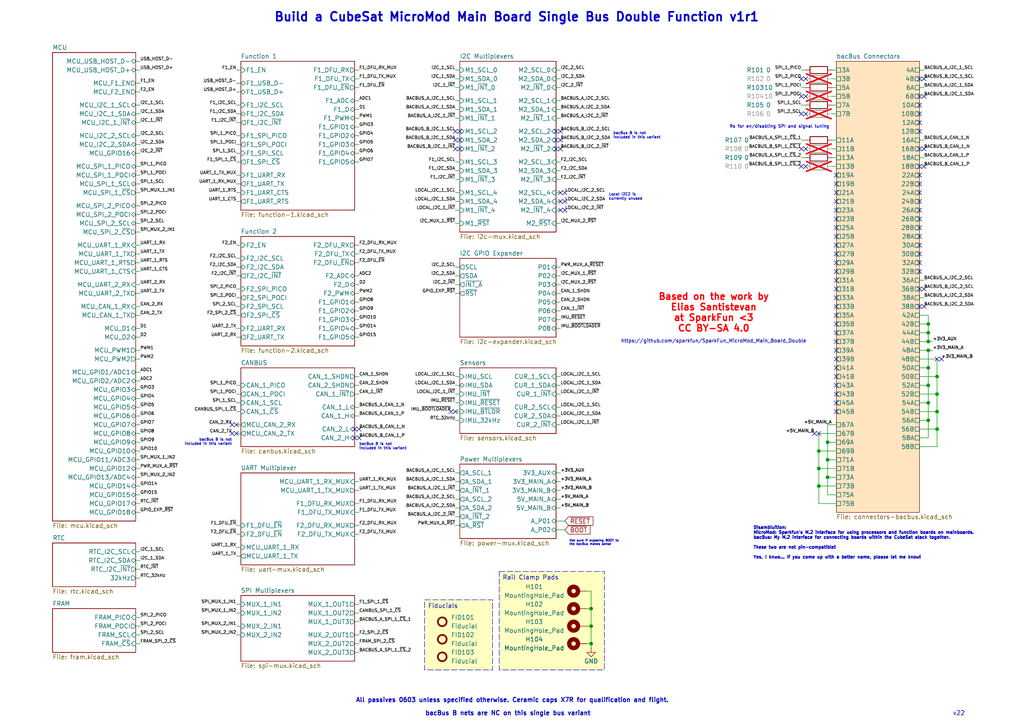
<source format=kicad_sch>
(kicad_sch (version 20231120) (generator "eeschema") (generator_version "8.0")
  (paper "A4")
  (title_block (title "bac MCU MicroMod Main Board Dual Function Single bacBus v1") (date "2025-02-12") (rev "1") (company "Build a CubeSat") (comment 1 "Manuel Imboden") (comment 2 "CC BY-SA 4.0") (comment 3 "https://buildacubesat.space"))
  (junction (at 271.78 114.3))
  (junction (at 269.24 101.6))
  (junction (at 271.78 124.46))
  (junction (at 269.24 121.92))
  (junction (at 171.45 186.69))
  (junction (at 269.24 96.52))
  (junction (at 240.03 128.27))
  (junction (at 269.24 116.84))
  (junction (at 240.03 133.35))
  (junction (at 237.49 130.81))
  (junction (at 237.49 140.97))
  (junction (at 269.24 111.76))
  (junction (at 269.24 93.98))
  (junction (at 237.49 135.89))
  (junction (at 271.78 119.38))
  (junction (at 171.45 181.61))
  (junction (at 271.78 109.22))
  (junction (at 269.24 99.06))
  (junction (at 269.24 106.68))
  (junction (at 171.45 176.53))
  (junction (at 240.03 138.43))
  (no_connect (at 242.57 88.9))
  (no_connect (at 242.57 91.44))
  (no_connect (at 242.57 101.6))
  (no_connect (at 68.58 125.73))
  (no_connect (at 242.57 60.96))
  (no_connect (at 161.29 38.1))
  (no_connect (at 267.97 27.94))
  (no_connect (at 133.35 40.64))
  (no_connect (at 161.29 40.64))
  (no_connect (at 233.68 33.02))
  (no_connect (at 266.7 27.94))
  (no_connect (at 232.41 33.02))
  (no_connect (at 242.57 83.82))
  (no_connect (at 242.57 116.84))
  (no_connect (at 132.08 119.38))
  (no_connect (at 266.7 50.8))
  (no_connect (at 242.57 58.42))
  (no_connect (at 266.7 71.12))
  (no_connect (at 266.7 53.34))
  (no_connect (at 242.57 81.28))
  (no_connect (at 242.57 106.68))
  (no_connect (at 161.29 43.18))
  (no_connect (at 242.57 96.52))
  (no_connect (at 266.7 83.82))
  (no_connect (at 266.7 76.2))
  (no_connect (at 233.68 48.26))
  (no_connect (at 242.57 109.22))
  (no_connect (at 266.7 63.5))
  (no_connect (at 266.7 30.48))
  (no_connect (at 266.7 33.02))
  (no_connect (at 68.58 123.19))
  (no_connect (at 266.7 48.26))
  (no_connect (at 232.41 43.18))
  (no_connect (at 133.35 43.18))
  (no_connect (at 273.05 104.14))
  (no_connect (at 163.83 58.42))
  (no_connect (at 266.7 68.58))
  (no_connect (at 102.87 124.46))
  (no_connect (at 242.57 76.2))
  (no_connect (at 266.7 35.56))
  (no_connect (at 162.56 40.64))
  (no_connect (at 67.31 125.73))
  (no_connect (at 266.7 38.1))
  (no_connect (at 104.14 127))
  (no_connect (at 162.56 38.1))
  (no_connect (at 242.57 71.12))
  (no_connect (at 266.7 78.74))
  (no_connect (at 242.57 68.58))
  (no_connect (at 242.57 111.76))
  (no_connect (at 102.87 127))
  (no_connect (at 237.49 125.73))
  (no_connect (at 267.97 22.86))
  (no_connect (at 266.7 73.66))
  (no_connect (at 242.57 119.38))
  (no_connect (at 266.7 55.88))
  (no_connect (at 236.22 125.73))
  (no_connect (at 242.57 63.5))
  (no_connect (at 132.08 38.1))
  (no_connect (at 242.57 104.14))
  (no_connect (at 242.57 78.74))
  (no_connect (at 267.97 48.26))
  (no_connect (at 266.7 66.04))
  (no_connect (at 163.83 60.96))
  (no_connect (at 233.68 22.86))
  (no_connect (at 163.83 55.88))
  (no_connect (at 266.7 43.18))
  (no_connect (at 242.57 99.06))
  (no_connect (at 162.56 55.88))
  (no_connect (at 162.56 43.18))
  (no_connect (at 133.35 38.1))
  (no_connect (at 242.57 53.34))
  (no_connect (at 162.56 58.42))
  (no_connect (at 232.41 27.94))
  (no_connect (at 271.78 104.14))
  (no_connect (at 132.08 40.64))
  (no_connect (at 130.81 119.38))
  (no_connect (at 242.57 55.88))
  (no_connect (at 162.56 60.96))
  (no_connect (at 242.57 73.66))
  (no_connect (at 67.31 123.19))
  (no_connect (at 242.57 86.36))
  (no_connect (at 242.57 50.8))
  (no_connect (at 267.97 83.82))
  (no_connect (at 242.57 66.04))
  (no_connect (at 242.57 114.3))
  (no_connect (at 104.14 124.46))
  (no_connect (at 233.68 27.94))
  (no_connect (at 267.97 88.9))
  (no_connect (at 266.7 60.96))
  (no_connect (at 242.57 93.98))
  (no_connect (at 132.08 43.18))
  (no_connect (at 267.97 43.18))
  (no_connect (at 266.7 58.42))
  (no_connect (at 266.7 88.9))
  (no_connect (at 266.7 22.86))
  (no_connect (at 232.41 22.86))
  (no_connect (at 232.41 48.26))
  (no_connect (at 233.68 43.18))
  (wire (pts (xy 162.56 58.42) (xy 161.29 58.42)))
  (wire (pts (xy 266.7 91.44) (xy 269.24 91.44)))
  (wire (pts (xy 161.29 82.55) (xy 162.56 82.55)))
  (wire (pts (xy 68.58 53.34) (xy 69.85 53.34)))
  (wire (pts (xy 162.56 52.07) (xy 161.29 52.07)))
  (wire (pts (xy 241.3 22.86) (xy 242.57 22.86)))
  (wire (pts (xy 102.87 111.76) (xy 104.14 111.76)))
  (wire (pts (xy 102.87 95.25) (xy 104.14 95.25)))
  (wire (pts (xy 104.14 76.2) (xy 102.87 76.2)))
  (wire (pts (xy 68.58 74.93) (xy 69.85 74.93)))
  (wire (pts (xy 68.58 50.8) (xy 69.85 50.8)))
  (wire (pts (xy 170.18 176.53) (xy 171.45 176.53)))
  (wire (pts (xy 132.08 144.78) (xy 133.35 144.78)))
  (wire (pts (xy 39.37 179.07) (xy 40.64 179.07)))
  (wire (pts (xy 161.29 77.47) (xy 162.56 77.47)))
  (wire (pts (xy 102.87 82.55) (xy 104.14 82.55)))
  (wire (pts (xy 271.78 114.3) (xy 271.78 119.38)))
  (wire (pts (xy 69.85 39.37) (xy 68.58 39.37)))
  (wire (pts (xy 266.7 40.64) (xy 267.97 40.64)))
  (wire (pts (xy 266.7 93.98) (xy 269.24 93.98)))
  (wire (pts (xy 162.56 137.16) (xy 161.29 137.16)))
  (wire (pts (xy 269.24 101.6) (xy 269.24 106.68)))
  (wire (pts (xy 162.56 46.99) (xy 161.29 46.99)))
  (wire (pts (xy 241.3 43.18) (xy 242.57 43.18)))
  (wire (pts (xy 240.03 138.43) (xy 242.57 138.43)))
  (wire (pts (xy 39.37 33.02) (xy 40.64 33.02)))
  (wire (pts (xy 241.3 40.64) (xy 242.57 40.64)))
  (wire (pts (xy 69.85 125.73) (xy 68.58 125.73)))
  (wire (pts (xy 269.24 91.44) (xy 269.24 93.98)))
  (wire (pts (xy 269.24 121.92) (xy 266.7 121.92)))
  (wire (pts (xy 39.37 35.56) (xy 40.64 35.56)))
  (wire (pts (xy 240.03 138.43) (xy 240.03 143.51)))
  (wire (pts (xy 39.37 160.02) (xy 40.64 160.02)))
  (wire (pts (xy 68.58 55.88) (xy 69.85 55.88)))
  (wire (pts (xy 163.83 151.13) (xy 161.29 151.13)))
  (wire (pts (xy 102.87 22.86) (xy 104.14 22.86)))
  (wire (pts (xy 69.85 111.76) (xy 68.58 111.76)))
  (wire (pts (xy 161.29 109.22) (xy 162.56 109.22)))
  (wire (pts (xy 39.37 181.61) (xy 40.64 181.61)))
  (wire (pts (xy 237.49 140.97) (xy 237.49 146.05)))
  (wire (pts (xy 266.7 101.6) (xy 269.24 101.6)))
  (wire (pts (xy 39.37 128.27) (xy 40.64 128.27)))
  (wire (pts (xy 161.29 95.25) (xy 162.56 95.25)))
  (wire (pts (xy 69.85 46.99) (xy 68.58 46.99)))
  (wire (pts (xy 161.29 118.11) (xy 162.56 118.11)))
  (wire (pts (xy 68.58 58.42) (xy 69.85 58.42)))
  (wire (pts (xy 162.56 139.7) (xy 161.29 139.7)))
  (wire (pts (xy 104.14 25.4) (xy 102.87 25.4)))
  (wire (pts (xy 241.3 30.48) (xy 242.57 30.48)))
  (wire (pts (xy 39.37 20.32) (xy 40.64 20.32)))
  (wire (pts (xy 40.64 76.2) (xy 39.37 76.2)))
  (wire (pts (xy 132.08 64.77) (xy 133.35 64.77)))
  (wire (pts (xy 40.64 82.55) (xy 39.37 82.55)))
  (wire (pts (xy 162.56 29.21) (xy 161.29 29.21)))
  (wire (pts (xy 237.49 135.89) (xy 237.49 140.97)))
  (wire (pts (xy 132.08 60.96) (xy 133.35 60.96)))
  (wire (pts (xy 39.37 59.69) (xy 40.64 59.69)))
  (wire (pts (xy 161.29 34.29) (xy 162.56 34.29)))
  (wire (pts (xy 269.24 99.06) (xy 266.7 99.06)))
  (wire (pts (xy 39.37 50.8) (xy 40.64 50.8)))
  (wire (pts (xy 237.49 146.05) (xy 242.57 146.05)))
  (wire (pts (xy 39.37 167.64) (xy 40.64 167.64)))
  (wire (pts (xy 39.37 53.34) (xy 40.64 53.34)))
  (wire (pts (xy 240.03 128.27) (xy 242.57 128.27)))
  (wire (pts (xy 102.87 36.83) (xy 104.14 36.83)))
  (wire (pts (xy 271.78 119.38) (xy 266.7 119.38)))
  (wire (pts (xy 241.3 48.26) (xy 242.57 48.26)))
  (wire (pts (xy 266.7 25.4) (xy 267.97 25.4)))
  (wire (pts (xy 132.08 49.53) (xy 133.35 49.53)))
  (wire (pts (xy 39.37 55.88) (xy 40.64 55.88)))
  (wire (pts (xy 132.08 52.07) (xy 133.35 52.07)))
  (wire (pts (xy 237.49 140.97) (xy 242.57 140.97)))
  (wire (pts (xy 132.08 55.88) (xy 133.35 55.88)))
  (wire (pts (xy 241.3 45.72) (xy 242.57 45.72)))
  (wire (pts (xy 104.14 142.24) (xy 102.87 142.24)))
  (wire (pts (xy 69.85 26.67) (xy 68.58 26.67)))
  (wire (pts (xy 132.08 77.47) (xy 133.35 77.47)))
  (wire (pts (xy 40.64 71.12) (xy 39.37 71.12)))
  (wire (pts (xy 39.37 146.05) (xy 40.64 146.05)))
  (wire (pts (xy 102.87 46.99) (xy 104.14 46.99)))
  (wire (pts (xy 102.87 114.3) (xy 104.14 114.3)))
  (wire (pts (xy 271.78 109.22) (xy 271.78 114.3)))
  (wire (pts (xy 102.87 29.21) (xy 104.14 29.21)))
  (wire (pts (xy 69.85 86.36) (xy 68.58 86.36)))
  (wire (pts (xy 102.87 41.91) (xy 104.14 41.91)))
  (wire (pts (xy 132.08 137.16) (xy 133.35 137.16)))
  (wire (pts (xy 132.08 142.24) (xy 133.35 142.24)))
  (wire (pts (xy 161.29 80.01) (xy 162.56 80.01)))
  (wire (pts (xy 39.37 138.43) (xy 40.64 138.43)))
  (wire (pts (xy 171.45 176.53) (xy 171.45 181.61)))
  (wire (pts (xy 237.49 130.81) (xy 237.49 135.89)))
  (wire (pts (xy 266.7 96.52) (xy 269.24 96.52)))
  (wire (pts (xy 269.24 93.98) (xy 269.24 96.52)))
  (wire (pts (xy 39.37 30.48) (xy 40.64 30.48)))
  (wire (pts (xy 39.37 104.14) (xy 40.64 104.14)))
  (wire (pts (xy 102.87 97.79) (xy 104.14 97.79)))
  (wire (pts (xy 102.87 87.63) (xy 104.14 87.63)))
  (wire (pts (xy 40.64 85.09) (xy 39.37 85.09)))
  (wire (pts (xy 240.03 128.27) (xy 240.03 133.35)))
  (wire (pts (xy 39.37 24.13) (xy 40.64 24.13)))
  (wire (pts (xy 69.85 91.44) (xy 68.58 91.44)))
  (wire (pts (xy 271.78 119.38) (xy 271.78 124.46)))
  (wire (pts (xy 171.45 186.69) (xy 171.45 187.96)))
  (wire (pts (xy 240.03 143.51) (xy 242.57 143.51)))
  (wire (pts (xy 237.49 125.73) (xy 237.49 130.81)))
  (wire (pts (xy 161.29 20.32) (xy 162.56 20.32)))
  (wire (pts (xy 162.56 31.75) (xy 161.29 31.75)))
  (wire (pts (xy 39.37 95.25) (xy 40.64 95.25)))
  (wire (pts (xy 69.85 116.84) (xy 68.58 116.84)))
  (wire (pts (xy 102.87 180.34) (xy 104.14 180.34)))
  (wire (pts (xy 102.87 186.69) (xy 104.14 186.69)))
  (wire (pts (xy 39.37 41.91) (xy 40.64 41.91)))
  (wire (pts (xy 69.85 24.13) (xy 68.58 24.13)))
  (wire (pts (xy 132.08 139.7) (xy 133.35 139.7)))
  (wire (pts (xy 39.37 64.77) (xy 40.64 64.77)))
  (wire (pts (xy 132.08 82.55) (xy 133.35 82.55)))
  (wire (pts (xy 68.58 33.02) (xy 69.85 33.02)))
  (wire (pts (xy 39.37 115.57) (xy 40.64 115.57)))
  (wire (pts (xy 162.56 64.77) (xy 161.29 64.77)))
  (wire (pts (xy 266.7 86.36) (xy 267.97 86.36)))
  (wire (pts (xy 102.87 71.12) (xy 104.14 71.12)))
  (wire (pts (xy 68.58 154.94) (xy 69.85 154.94)))
  (wire (pts (xy 39.37 143.51) (xy 40.64 143.51)))
  (wire (pts (xy 269.24 127) (xy 266.7 127)))
  (wire (pts (xy 68.58 35.56) (xy 69.85 35.56)))
  (wire (pts (xy 232.41 45.72) (xy 233.68 45.72)))
  (wire (pts (xy 68.58 175.26) (xy 69.85 175.26)))
  (wire (pts (xy 68.58 97.79) (xy 69.85 97.79)))
  (wire (pts (xy 68.58 20.32) (xy 69.85 20.32)))
  (wire (pts (xy 161.29 111.76) (xy 162.56 111.76)))
  (wire (pts (xy 269.24 121.92) (xy 269.24 127)))
  (wire (pts (xy 162.56 49.53) (xy 161.29 49.53)))
  (wire (pts (xy 68.58 184.15) (xy 69.85 184.15)))
  (wire (pts (xy 40.64 78.74) (xy 39.37 78.74)))
  (wire (pts (xy 132.08 119.38) (xy 133.35 119.38)))
  (wire (pts (xy 132.08 80.01) (xy 133.35 80.01)))
  (wire (pts (xy 161.29 87.63) (xy 162.56 87.63)))
  (wire (pts (xy 102.87 31.75) (xy 104.14 31.75)))
  (wire (pts (xy 102.87 39.37) (xy 104.14 39.37)))
  (wire (pts (xy 68.58 181.61) (xy 69.85 181.61)))
  (wire (pts (xy 39.37 67.31) (xy 40.64 67.31)))
  (wire (pts (xy 39.37 107.95) (xy 40.64 107.95)))
  (wire (pts (xy 162.56 144.78) (xy 161.29 144.78)))
  (wire (pts (xy 241.3 25.4) (xy 242.57 25.4)))
  (wire (pts (xy 133.35 25.4) (xy 132.08 25.4)))
  (wire (pts (xy 240.03 123.19) (xy 242.57 123.19)))
  (wire (pts (xy 102.87 80.01) (xy 104.14 80.01)))
  (wire (pts (xy 163.83 153.67) (xy 161.29 153.67)))
  (wire (pts (xy 161.29 123.19) (xy 162.56 123.19)))
  (wire (pts (xy 68.58 161.29) (xy 69.85 161.29)))
  (wire (pts (xy 269.24 116.84) (xy 266.7 116.84)))
  (wire (pts (xy 271.78 104.14) (xy 266.7 104.14)))
  (wire (pts (xy 162.56 55.88) (xy 161.29 55.88)))
  (wire (pts (xy 39.37 118.11) (xy 40.64 118.11)))
  (wire (pts (xy 68.58 77.47) (xy 69.85 77.47)))
  (wire (pts (xy 39.37 140.97) (xy 40.64 140.97)))
  (wire (pts (xy 39.37 44.45) (xy 40.64 44.45)))
  (wire (pts (xy 271.78 109.22) (xy 266.7 109.22)))
  (wire (pts (xy 102.87 184.15) (xy 104.14 184.15)))
  (wire (pts (xy 68.58 152.4) (xy 69.85 152.4)))
  (wire (pts (xy 133.35 121.92) (xy 132.08 121.92)))
  (wire (pts (xy 69.85 71.12) (xy 68.58 71.12)))
  (wire (pts (xy 39.37 113.03) (xy 40.64 113.03)))
  (wire (pts (xy 269.24 111.76) (xy 266.7 111.76)))
  (wire (pts (xy 161.29 114.3) (xy 162.56 114.3)))
  (wire (pts (xy 39.37 130.81) (xy 40.64 130.81)))
  (wire (pts (xy 102.87 44.45) (xy 104.14 44.45)))
  (wire (pts (xy 232.41 30.48) (xy 233.68 30.48)))
  (wire (pts (xy 269.24 106.68) (xy 269.24 111.76)))
  (wire (pts (xy 39.37 120.65) (xy 40.64 120.65)))
  (wire (pts (xy 39.37 48.26) (xy 40.64 48.26)))
  (wire (pts (xy 132.08 46.99) (xy 133.35 46.99)))
  (wire (pts (xy 266.7 20.32) (xy 267.97 20.32)))
  (wire (pts (xy 170.18 171.45) (xy 171.45 171.45)))
  (wire (pts (xy 132.08 58.42) (xy 133.35 58.42)))
  (wire (pts (xy 39.37 39.37) (xy 40.64 39.37)))
  (wire (pts (xy 232.41 20.32) (xy 233.68 20.32)))
  (wire (pts (xy 132.08 147.32) (xy 133.35 147.32)))
  (wire (pts (xy 269.24 96.52) (xy 269.24 99.06)))
  (wire (pts (xy 266.7 81.28) (xy 267.97 81.28)))
  (wire (pts (xy 69.85 88.9) (xy 68.58 88.9)))
  (wire (pts (xy 240.03 123.19) (xy 240.03 128.27)))
  (wire (pts (xy 68.58 95.25) (xy 69.85 95.25)))
  (wire (pts (xy 104.14 139.7) (xy 102.87 139.7)))
  (wire (pts (xy 39.37 17.78) (xy 40.64 17.78)))
  (wire (pts (xy 39.37 26.67) (xy 40.64 26.67)))
  (wire (pts (xy 132.08 109.22) (xy 133.35 109.22)))
  (wire (pts (xy 132.08 149.86) (xy 133.35 149.86)))
  (wire (pts (xy 69.85 83.82) (xy 68.58 83.82)))
  (wire (pts (xy 237.49 125.73) (xy 242.57 125.73)))
  (wire (pts (xy 102.87 34.29) (xy 104.14 34.29)))
  (wire (pts (xy 68.58 30.48) (xy 69.85 30.48)))
  (wire (pts (xy 271.78 129.54) (xy 266.7 129.54)))
  (wire (pts (xy 102.87 152.4) (xy 104.14 152.4)))
  (wire (pts (xy 161.29 92.71) (xy 162.56 92.71)))
  (wire (pts (xy 132.08 29.21) (xy 133.35 29.21)))
  (wire (pts (xy 68.58 177.8) (xy 69.85 177.8)))
  (wire (pts (xy 68.58 80.01) (xy 69.85 80.01)))
  (wire (pts (xy 271.78 114.3) (xy 266.7 114.3)))
  (wire (pts (xy 102.87 177.8) (xy 104.14 177.8)))
  (wire (pts (xy 269.24 106.68) (xy 266.7 106.68)))
  (wire (pts (xy 39.37 133.35) (xy 40.64 133.35)))
  (wire (pts (xy 241.3 33.02) (xy 242.57 33.02)))
  (wire (pts (xy 170.18 181.61) (xy 171.45 181.61)))
  (wire (pts (xy 39.37 186.69) (xy 40.64 186.69)))
  (wire (pts (xy 69.85 44.45) (xy 68.58 44.45)))
  (wire (pts (xy 132.08 111.76) (xy 133.35 111.76)))
  (wire (pts (xy 39.37 162.56) (xy 40.64 162.56)))
  (wire (pts (xy 171.45 181.61) (xy 171.45 186.69)))
  (wire (pts (xy 39.37 135.89) (xy 40.64 135.89)))
  (wire (pts (xy 39.37 97.79) (xy 40.64 97.79)))
  (wire (pts (xy 39.37 125.73) (xy 40.64 125.73)))
  (wire (pts (xy 269.24 111.76) (xy 269.24 116.84)))
  (wire (pts (xy 102.87 154.94) (xy 104.14 154.94)))
  (wire (pts (xy 39.37 110.49) (xy 40.64 110.49)))
  (wire (pts (xy 170.18 186.69) (xy 171.45 186.69)))
  (wire (pts (xy 102.87 109.22) (xy 104.14 109.22)))
  (wire (pts (xy 102.87 90.17) (xy 104.14 90.17)))
  (wire (pts (xy 271.78 104.14) (xy 271.78 109.22)))
  (wire (pts (xy 102.87 92.71) (xy 104.14 92.71)))
  (wire (pts (xy 39.37 88.9) (xy 40.64 88.9)))
  (wire (pts (xy 133.35 20.32) (xy 132.08 20.32)))
  (wire (pts (xy 132.08 31.75) (xy 133.35 31.75)))
  (wire (pts (xy 102.87 175.26) (xy 104.14 175.26)))
  (wire (pts (xy 69.85 41.91) (xy 68.58 41.91)))
  (wire (pts (xy 102.87 118.11) (xy 104.14 118.11)))
  (wire (pts (xy 133.35 22.86) (xy 132.08 22.86)))
  (wire (pts (xy 241.3 20.32) (xy 242.57 20.32)))
  (wire (pts (xy 102.87 20.32) (xy 104.14 20.32)))
  (wire (pts (xy 270.51 99.06) (xy 269.24 99.06)))
  (wire (pts (xy 39.37 91.44) (xy 40.64 91.44)))
  (wire (pts (xy 232.41 25.4) (xy 233.68 25.4)))
  (wire (pts (xy 266.7 45.72) (xy 267.97 45.72)))
  (wire (pts (xy 161.29 120.65) (xy 162.56 120.65)))
  (wire (pts (xy 68.58 158.75) (xy 69.85 158.75)))
  (wire (pts (xy 271.78 124.46) (xy 266.7 124.46)))
  (wire (pts (xy 162.56 60.96) (xy 161.29 60.96)))
  (wire (pts (xy 39.37 101.6) (xy 40.64 101.6)))
  (wire (pts (xy 132.08 34.29) (xy 133.35 34.29)))
  (wire (pts (xy 237.49 135.89) (xy 242.57 135.89)))
  (wire (pts (xy 69.85 114.3) (xy 68.58 114.3)))
  (wire (pts (xy 241.3 27.94) (xy 242.57 27.94)))
  (wire (pts (xy 162.56 142.24) (xy 161.29 142.24)))
  (wire (pts (xy 162.56 147.32) (xy 161.29 147.32)))
  (wire (pts (xy 171.45 171.45) (xy 171.45 176.53)))
  (wire (pts (xy 132.08 152.4) (xy 133.35 152.4)))
  (wire (pts (xy 39.37 165.1) (xy 40.64 165.1)))
  (wire (pts (xy 69.85 123.19) (xy 68.58 123.19)))
  (wire (pts (xy 39.37 123.19) (xy 40.64 123.19)))
  (wire (pts (xy 132.08 114.3) (xy 133.35 114.3)))
  (wire (pts (xy 132.08 85.09) (xy 133.35 85.09)))
  (wire (pts (xy 102.87 120.65) (xy 104.14 120.65)))
  (wire (pts (xy 39.37 62.23) (xy 40.64 62.23)))
  (wire (pts (xy 39.37 184.15) (xy 40.64 184.15)))
  (wire (pts (xy 161.29 85.09) (xy 162.56 85.09)))
  (wire (pts (xy 102.87 148.59) (xy 104.14 148.59)))
  (wire (pts (xy 132.08 116.84) (xy 133.35 116.84)))
  (wire (pts (xy 240.03 133.35) (xy 242.57 133.35)))
  (wire (pts (xy 104.14 189.23) (xy 102.87 189.23)))
  (wire (pts (xy 102.87 73.66) (xy 104.14 73.66)))
  (wire (pts (xy 39.37 148.59) (xy 40.64 148.59)))
  (wire (pts (xy 237.49 130.81) (xy 242.57 130.81)))
  (wire (pts (xy 69.85 119.38) (xy 68.58 119.38)))
  (wire (pts (xy 102.87 85.09) (xy 104.14 85.09)))
  (wire (pts (xy 240.03 133.35) (xy 240.03 138.43)))
  (wire (pts (xy 161.29 22.86) (xy 162.56 22.86)))
  (wire (pts (xy 271.78 124.46) (xy 271.78 129.54)))
  (wire (pts (xy 232.41 40.64) (xy 233.68 40.64)))
  (wire (pts (xy 269.24 116.84) (xy 269.24 121.92)))
  (wire (pts (xy 102.87 146.05) (xy 104.14 146.05)))
  (wire (pts (xy 161.29 25.4) (xy 162.56 25.4)))
  (wire (pts (xy 161.29 90.17) (xy 162.56 90.17)))
  (wire (pts (xy 40.64 73.66) (xy 39.37 73.66)))
  (wire (pts (xy 270.51 101.6) (xy 269.24 101.6)))
  (text_box "Rail Clamp Pads" (at 144.78 165.735 0) (size 30.48 28.575) (stroke (width 0) (type dash)) (fill (type color) (color 255 255 194 1)) (effects (font (size 1.27 1.27)) (justify left top)))
  (text_box "Fiducials" (at 123.19 173.99 0) (size 19.685 20.32) (stroke (width 0) (type dash)) (fill (type color) (color 255 255 194 1)) (effects (font (size 1.27 1.27)) (justify left top)))
  (text "bacBus B nets are NC on this single bus variant" (at 147.32 207.01 0) (effects (font (size 1.27 1.27) (thickness 0.254) (bold yes))))
  (text "bacBus B is not\nincluded in this variant" (at 177.8 39.37 0) (effects (font (size 0.762 0.762)) (justify left)))
  (text "bacBus B is not\nincluded in this variant" (at 104.14 129.54 0) (effects (font (size 0.762 0.762)) (justify left)))
  (text "bacBus B is not\nincluded in this variant" (at 67.31 128.27 0) (effects (font (size 0.762 0.762)) (justify right)))
  (text "All passives 0603 unless specified otherwise. Ceramic caps X7R for qualification and flight." (at 148.59 203.2 0) (effects (font (size 1.27 1.27) (bold yes))))
  (text "Rs for en/disabling SPI and signal tuning" (at 226.06 36.83 0) (effects (font (size 0.889 0.889))))
  (text "v22" (at 278.13 207.01 0) (effects (font (size 1.27 1.27))))
  (text "Build a CubeSat MicroMod Main Board Single Bus Double Function v1r${REVISION}" (at 149.86 5.08 0) (effects (font (size 2.54 2.54) (bold yes))))
  (text "Disambiuition:\nMicroMod: Sparkfun's M.2 interface for using processors and function boards on mainboards.\nbacBus: My M.2 interface for connecting boards within the CubeSat stack together.\n\nThese two are not pin-compatible!\n\nYes, I knwo... If you come up with a better name, please let me know!" (at 218.44 157.48 0) (effects (font (size 0.889 0.889) (thickness 0.254) (bold yes)) (justify left)))
  (text "Based on the work by\nElias Santistevan\nat SparkFun <3\nCC BY-SA 4.0" (at 207.01 96.52 0) (effects (font (size 1.905 1.905) (thickness 0.381) (bold yes)) (justify bottom)))
  (text "Not sure if exposing BOOT to\nthe bacBus makes sense" (at 165.1 157.48 0) (effects (font (size 0.635 0.635)) (justify left)))
  (text "https://github.com/sparkfun/SparkFun_MicroMod_Main_Board_Double" (at 207.01 99.06 0) (effects (font (size 1.016 1.016))))
  (text "Local I2C2 is\ncurrently unused" (at 176.53 57.15 0) (effects (font (size 0.762 0.762)) (justify left)))
  (label "I2C_2_~{INT}" (at 162.56 25.4 0) (effects (font (size 0.889 0.889))))
  (label "BACBUS_B_CAN_1_P" (at 104.14 127 0) (effects (font (size 0.889 0.889))))
  (label "UART_1_TX_MUX" (at 68.58 50.8 180) (effects (font (size 0.889 0.889))))
  (label "CANBUS_SPI_1_~{CS}" (at 68.58 119.38 180) (effects (font (size 0.889 0.889))))
  (label "SPI_2_SCL" (at 40.64 184.15 0) (effects (font (size 0.889 0.889))))
  (label "PWR_MUX_A_~{RST}" (at 132.08 152.4 180) (effects (font (size 0.889 0.889))))
  (label "BACBUS_A_I2C_2_SDA" (at 267.97 86.36 0) (effects (font (size 0.889 0.889))))
  (label "UART_2_RX" (at 68.58 97.79 180) (effects (font (size 0.889 0.889))))
  (label "D2" (at 104.14 82.55 0) (effects (font (size 0.889 0.889))))
  (label "I2C_MUX_1_~{RST}" (at 132.08 64.77 180) (effects (font (size 0.889 0.889))))
  (label "CAN_1_SHDN" (at 162.56 85.09 0) (effects (font (size 0.889 0.889))))
  (label "SPI_MUX_1_IN1" (at 40.64 55.88 0) (effects (font (size 0.889 0.889) (thickness 0.1588))))
  (label "I2C_MUX_1_~{RST}" (at 162.56 80.01 0) (effects (font (size 0.889 0.889))))
  (label "SPI_MUX_2_IN2" (at 68.58 184.15 180) (effects (font (size 0.889 0.889) (thickness 0.1588))))
  (label "USB_HOST_D+" (at 40.64 20.32 0) (effects (font (size 0.889 0.889))))
  (label "+3V3_AUX" (at 162.56 137.16 0) (effects (font (size 0.889 0.889) (bold yes))))
  (label "BACBUS_B_CAN_1_N" (at 104.14 124.46 0) (effects (font (size 0.889 0.889))))
  (label "PWR_MUX_A_~{RST}" (at 40.64 135.89 0) (effects (font (size 0.889 0.889))))
  (label "GPIO6" (at 104.14 44.45 0) (effects (font (size 0.889 0.889))))
  (label "CANBUS_SPI_1_~{CS}" (at 104.14 177.8 0) (effects (font (size 0.889 0.889))))
  (label "UART_1_RTS" (at 68.58 55.88 180) (effects (font (size 0.889 0.889))))
  (label "GPIO8" (at 104.14 87.63 0) (effects (font (size 0.889 0.889))))
  (label "IMU_~{BOOTLOADER}" (at 162.56 95.25 0) (effects (font (size 0.889 0.889))))
  (label "+5V_MAIN_B" (at 162.56 147.32 0) (effects (font (size 0.889 0.889) (bold yes))))
  (label "F2_I2C_SCL" (at 162.56 46.99 0) (effects (font (size 0.889 0.889))))
  (label "GPIO5" (at 40.64 118.11 0) (effects (font (size 0.889 0.889))))
  (label "UART_1_CTS" (at 40.64 78.74 0) (effects (font (size 0.889 0.889))))
  (label "GPIO14" (at 104.14 95.25 0) (effects (font (size 0.889 0.889))))
  (label "GPIO9" (at 104.14 90.17 0) (effects (font (size 0.889 0.889))))
  (label "I2C_2_~{INT}" (at 132.08 82.55 180) (effects (font (size 0.889 0.889))))
  (label "SPI_1_SCL" (at 68.58 44.45 180) (effects (font (size 0.889 0.889))))
  (label "ADC1" (at 40.64 107.95 0) (effects (font (size 0.889 0.889))))
  (label "SPI_MUX_1_IN1" (at 68.58 175.26 180) (effects (font (size 0.889 0.889) (thickness 0.1588))))
  (label "D1" (at 104.14 31.75 0) (effects (font (size 0.889 0.889))))
  (label "F1_DFU_~{EN}" (at 104.14 25.4 0) (effects (font (size 0.889 0.889))))
  (label "IMU_~{RESET}" (at 162.56 92.71 0) (effects (font (size 0.889 0.889))))
  (label "GPIO9" (at 40.64 128.27 0) (effects (font (size 0.889 0.889))))
  (label "F1_I2C_SDA" (at 68.58 33.02 180) (effects (font (size 0.889 0.889))))
  (label "BACBUS_A_SPI_1_~{CS}_2" (at 232.41 45.72 180) (effects (font (size 0.889 0.889))))
  (label "I2C_1_SCL" (at 40.64 160.02 0) (effects (font (size 0.889 0.889))))
  (label "BACBUS_A_I2C_2_SDA" (at 162.56 31.75 0) (effects (font (size 0.889 0.889))))
  (label "SPI_1_PICO" (at 40.64 48.26 0) (effects (font (size 0.889 0.889))))
  (label "LOCAL_I2C_1_SCL" (at 132.08 109.22 180) (effects (font (size 0.889 0.889))))
  (label "LOCAL_I2C_1_SCL" (at 162.56 118.11 0) (effects (font (size 0.889 0.889))))
  (label "I2C_1_~{INT}" (at 40.64 35.56 0) (effects (font (size 0.889 0.889))))
  (label "CAN_2_SHDN" (at 162.56 87.63 0) (effects (font (size 0.889 0.889))))
  (label "F1_SPI_1_~{CS}" (at 68.58 46.99 180) (effects (font (size 0.889 0.889))))
  (label "F2_I2C_SDA" (at 68.58 77.47 180) (effects (font (size 0.889 0.889))))
  (label "I2C_1_SCL" (at 40.64 30.48 0) (effects (font (size 0.889 0.889))))
  (label "LOCAL_I2C_1_SCL" (at 132.08 55.88 180) (effects (font (size 0.889 0.889))))
  (label "USB_HOST_D+" (at 68.58 26.67 180) (effects (font (size 0.889 0.889))))
  (label "USB_HOST_D-" (at 68.58 24.13 180) (effects (font (size 0.889 0.889))))
  (label "GPIO7" (at 40.64 123.19 0) (effects (font (size 0.889 0.889))))
  (label "F1_DFU_RX_MUX" (at 104.14 146.05 0) (effects (font (size 0.889 0.889))))
  (label "BACBUS_A_I2C_1_~{INT}" (at 132.08 142.24 180) (effects (font (size 0.889 0.889))))
  (label "SPI_1_POCI" (at 40.64 50.8 0) (effects (font (size 0.889 0.889))))
  (label "BACBUS_B_I2C_1_~{INT}" (at 132.08 43.18 180) (effects (font (size 0.889 0.889))))
  (label "BACBUS_B_I2C_2_~{INT}" (at 162.56 43.18 0) (effects (font (size 0.889 0.889))))
  (label "LOCAL_I2C_2_SCL" (at 163.83 55.88 0) (effects (font (size 0.889 0.889))))
  (label "GPIO15" (at 104.14 97.79 0) (effects (font (size 0.889 0.889))))
  (label "UART_2_TX" (at 68.58 95.25 180) (effects (font (size 0.889 0.889))))
  (label "UART_1_RX" (at 68.58 158.75 180) (effects (font (size 0.889 0.889))))
  (label "I2C_1_SDA" (at 132.08 22.86 180) (effects (font (size 0.889 0.889))))
  (label "F1_I2C_SCL" (at 68.58 30.48 180) (effects (font (size 0.889 0.889))))
  (label "FRAM_SPI_2_~{CS}" (at 40.64 186.69 0) (effects (font (size 0.889 0.889))))
  (label "GPIO3" (at 40.64 113.03 0) (effects (font (size 0.889 0.889))))
  (label "F1_I2C_~{INT}" (at 68.58 35.56 180) (effects (font (size 0.889 0.889))))
  (label "SPI_1_SCL" (at 40.64 53.34 0) (effects (font (size 0.889 0.889))))
  (label "BACBUS_A_CAN_1_N" (at 267.97 40.64 0) (effects (font (size 0.889 0.889))))
  (label "GPIO15" (at 40.64 143.51 0) (effects (font (size 0.889 0.889))))
  (label "UART_1_TX_MUX" (at 104.14 142.24 0) (effects (font (size 0.889 0.889))))
  (label "GPIO5" (at 104.14 41.91 0) (effects (font (size 0.889 0.889))))
  (label "I2C_2_SCL" (at 40.64 39.37 0) (effects (font (size 0.889 0.889))))
  (label "I2C_2_SCL" (at 162.56 20.32 0) (effects (font (size 0.889 0.889))))
  (label "UART_1_TX" (at 40.64 73.66 0) (effects (font (size 0.889 0.889))))
  (label "UART_1_RTS" (at 40.64 76.2 0) (effects (font (size 0.889 0.889))))
  (label "LOCAL_I2C_1_~{INT}" (at 162.56 114.3 0) (effects (font (size 0.889 0.889))))
  (label "CAN_2_TX" (at 67.31 125.73 180) (effects (font (size 0.889 0.889))))
  (label "GPIO6" (at 40.64 120.65 0) (effects (font (size 0.889 0.889))))
  (label "BACBUS_A_I2C_1_SDA" (at 132.08 139.7 180) (effects (font (size 0.889 0.889))))
  (label "GPIO8" (at 40.64 125.73 0) (effects (font (size 0.889 0.889))))
  (label "BACBUS_A_I2C_2_SCL" (at 162.56 29.21 0) (effects (font (size 0.889 0.889))))
  (label "BACBUS_A_I2C_2_~{INT}" (at 132.08 149.86 180) (effects (font (size 0.889 0.889))))
  (label "F2_DFU_~{EN}" (at 104.14 76.2 0) (effects (font (size 0.889 0.889))))
  (label "LOCAL_I2C_1_SDA" (at 132.08 58.42 180) (effects (font (size 0.889 0.889))))
  (label "F1_DFU_~{EN}" (at 68.58 152.4 180) (effects (font (size 0.889 0.889))))
  (label "PWM2" (at 40.64 104.14 0) (effects (font (size 0.889 0.889))))
  (label "F1_EN" (at 68.58 20.32 180) (effects (font (size 0.889 0.889))))
  (label "F2_I2C_~{INT}" (at 68.58 80.01 180) (effects (font (size 0.889 0.889))))
  (label "F1_SPI_1_~{CS}" (at 104.14 175.26 0) (effects (font (size 0.889 0.889))))
  (label "BACBUS_A_SPI_1_~{CS}_1" (at 232.41 40.64 180) (effects (font (size 0.889 0.889))))
  (label "GPIO4" (at 40.64 115.57 0) (effects (font (size 0.889 0.889))))
  (label "RTC_32kHz" (at 132.08 121.92 180) (effects (font (size 0.889 0.889))))
  (label "F1_I2C_~{INT}" (at 132.08 52.07 180) (effects (font (size 0.889 0.889))))
  (label "BACBUS_A_I2C_2_SCL" (at 267.97 81.28 0) (effects (font (size 0.889 0.889))))
  (label "F1_I2C_SCL" (at 132.08 46.99 180) (effects (font (size 0.889 0.889))))
  (label "+5V_MAIN_A" (at 241.3 123.19 180) (effects (font (size 0.889 0.889) (bold yes))))
  (label "UART_1_RX" (at 40.64 71.12 0) (effects (font (size 0.889 0.889))))
  (label "CAN_2_RX" (at 67.31 123.19 180) (effects (font (size 0.889 0.889))))
  (label "F2_DFU_TX_MUX" (at 104.14 73.66 0) (effects (font (size 0.889 0.889))))
  (label "LOCAL_I2C_1_SCL" (at 162.56 109.22 0) (effects (font (size 0.889 0.889))))
  (label "UART_1_CTS" (at 68.58 58.42 180) (effects (font (size 0.889 0.889))))
  (label "GPIO4" (at 104.14 39.37 0) (effects (font (size 0.889 0.889))))
  (label "SPI_2_POCI" (at 40.64 181.61 0) (effects (font (size 0.889 0.889))))
  (label "F1_I2C_SDA" (at 132.08 49.53 180) (effects (font (size 0.889 0.889))))
  (label "I2C_1_~{INT}" (at 132.08 25.4 180) (effects (font (size 0.889 0.889))))
  (label "+5V_MAIN_B" (at 236.22 125.73 180) (effects (font (size 0.889 0.889) (bold yes))))
  (label "CAN_1_~{INT}" (at 104.14 114.3 0) (effects (font (size 0.889 0.889))))
  (label "USB_HOST_D-" (at 40.64 17.78 0) (effects (font (size 0.889 0.889))))
  (label "LOCAL_I2C_1_~{INT}" (at 132.08 114.3 180) (effects (font (size 0.889 0.889))))
  (label "FRAM_SPI_2_~{CS}" (at 104.14 186.69 0) (effects (font (size 0.889 0.889))))
  (label "RTC_~{INT}" (at 40.64 165.1 0) (effects (font (size 0.889 0.889))))
  (label "I2C_MUX_2_~{RST}" (at 162.56 82.55 0) (effects (font (size 0.889 0.889))))
  (label "BACBUS_B_I2C_2_SCL" (at 267.97 83.82 0) (effects (font (size 0.889 0.889))))
  (label "BACBUS_B_I2C_1_SDA" (at 132.08 40.64 180) (effects (font (size 0.889 0.889))))
  (label "GPIO14" (at 40.64 140.97 0) (effects (font (size 0.889 0.889))))
  (label "BACBUS_A_SPI_1_~{CS}_2" (at 104.14 189.23 0) (effects (font (size 0.889 0.889))))
  (label "PWM1" (at 40.64 101.6 0) (effects (font (size 0.889 0.889))))
  (label "F1_EN" (at 40.64 24.13 0) (effects (font (size 0.889 0.889))))
  (label "+3V3_AUX" (at 270.51 99.06 0) (effects (font (size 0.889 0.889) (bold yes))))
  (label "GPIO_EXP_~{RST}" (at 132.08 85.09 180) (effects (font (size 0.889 0.889))))
  (label "SPI_1_PICO" (at 68.58 39.37 180) (effects (font (size 0.889 0.889))))
  (label "F1_DFU_RX_MUX" (at 104.14 20.32 0) (effects (font (size 0.889 0.889))))
  (label "BACBUS_A_I2C_2_SDA" (at 132.08 147.32 180) (effects (font (size 0.889 0.889))))
  (label "BACBUS_B_CAN_1_N" (at 267.97 43.18 0) (effects (font (size 0.889 0.889))))
  (label "SPI_1_SCL" (at 232.41 30.48 180) (effects (font (size 0.889 0.889))))
  (label "BACBUS_A_I2C_1_SCL" (at 132.08 137.16 180) (effects (font (size 0.889 0.889))))
  (label "LOCAL_I2C_1_SDA" (at 162.56 111.76 0) (effects (font (size 0.889 0.889))))
  (label "SPI_2_POCI" (at 68.58 86.36 180) (effects (font (size 0.889 0.889))))
  (label "BACBUS_B_I2C_1_SCL" (at 267.97 22.86 0) (effects (font (size 0.889 0.889))))
  (label "+3V3_MAIN_A" (at 162.56 139.7 0) (effects (font (size 0.889 0.889) (bold yes))))
  (label "F2_DFU_RX_MUX" (at 104.14 71.12 0) (effects (font (size 0.889 0.889))))
  (label "SPI_MUX_1_IN2" (at 68.58 177.8 180) (effects (font (size 0.889 0.889) (thickness 0.1588))))
  (label "F2_I2C_SDA" (at 162.56 49.53 0) (effects (font (size 0.889 0.889))))
  (label "BACBUS_A_I2C_1_SDA" (at 267.97 25.4 0) (effects (font (size 0.889 0.889))))
  (label "SPI_MUX_2_IN1" (at 68.58 181.61 180) (effects (font (size 0.889 0.889) (thickness 0.1588))))
  (label "BACBUS_B_CAN_1_P" (at 267.97 48.26 0) (effects (font (size 0.889 0.889))))
  (label "SPI_2_PICO" (at 68.58 83.82 180) (effects (font (size 0.889 0.889))))
  (label "SPI_2_POCI" (at 232.41 27.94 180) (effects (font (size 0.889 0.889))))
  (label "BACBUS_B_I2C_2_SDA" (at 162.56 40.64 0) (effects (font (size 0.889 0.889))))
  (label "SPI_2_PICO" (at 232.41 22.86 180) (effects (font (size 0.889 0.889))))
  (label "SPI_1_SCL" (at 68.58 116.84 180) (effects (font (size 0.889 0.889))))
  (label "UART_1_TX" (at 68.58 161.29 180) (effects (font (size 0.889 0.889))))
  (label "I2C_MUX_2_~{RST}" (at 162.56 64.77 0) (effects (font (size 0.889 0.889))))
  (label "GPIO10" (at 104.14 92.71 0) (effects (font (size 0.889 0.889))))
  (label "SPI_1_POCI" (at 68.58 41.91 180) (effects (font (size 0.889 0.889))))
  (label "I2C_1_SCL" (at 132.08 20.32 180) (effects (font (size 0.889 0.889))))
  (label "GPIO10" (at 40.64 130.81 0) (effects (font (size 0.889 0.889))))
  (label "F2_EN" (at 68.58 71.12 180) (effects (font (size 0.889 0.889))))
  (label "LOCAL_I2C_2_~{INT}" (at 163.83 60.96 0) (effects (font (size 0.889 0.889))))
  (label "BACBUS_A_I2C_2_SCL" (at 132.08 144.78 180) (effects (font (size 0.889 0.889))))
  (label "D1" (at 40.64 95.25 0) (effects (font (size 0.889 0.889))))
  (label "UART_2_TX" (at 40.64 85.09 0) (effects (font (size 0.889 0.889))))
  (label "LOCAL_I2C_1_SDA" (at 162.56 120.65 0) (effects (font (size 0.889 0.889))))
  (label "SPI_2_POCI" (at 40.64 62.23 0) (effects (font (size 0.889 0.889))))
  (label "CAN_1_SHDN" (at 104.14 109.22 0) (effects (font (size 0.889 0.889))))
  (label "LOCAL_I2C_1_SDA" (at 132.08 111.76 180) (effects (font (size 0.889 0.889))))
  (label "SPI_2_SCL" (at 68.58 88.9 180) (effects (font (size 0.889 0.889))))
  (label "GPIO3" (at 104.14 36.83 0) (effects (font (size 0.889 0.889))))
  (label "CAN_2_SHDN" (at 104.14 111.76 0) (effects (font (size 0.889 0.889))))
  (label "RTC_32kHz" (at 40.64 167.64 0) (effects (font (size 0.889 0.889))))
  (label "+3V3_MAIN_B" (at 162.56 142.24 0) (effects (font (size 0.889 0.889) (bold yes))))
  (label "+5V_MAIN_A" (at 162.56 144.78 0) (effects (font (size 0.889 0.889) (bold yes))))
  (label "F2_SPI_2_~{CS}" (at 68.58 91.44 180) (effects (font (size 0.889 0.889))))
  (label "F2_DFU_TX_MUX" (at 104.14 154.94 0) (effects (font (size 0.889 0.889))))
  (label "IMU_~{BOOTLOADER}" (at 130.81 119.38 180) (effects (font (size 0.889 0.889))))
  (label "F1_DFU_TX_MUX" (at 104.14 22.86 0) (effects (font (size 0.889 0.889))))
  (label "I2C_1_SDA" (at 40.64 162.56 0) (effects (font (size 0.889 0.889))))
  (label "BACBUS_A_I2C_1_~{INT}" (at 132.08 34.29 180) (effects (font (size 0.889 0.889))))
  (label "SPI_1_PICO" (at 68.58 111.76 180) (effects (font (size 0.889 0.889))))
  (label "GPIO_EXP_~{RST}" (at 40.64 148.59 0) (effects (font (size 0.889 0.889))))
  (label "I2C_2_SDA" (at 162.56 22.86 0) (effects (font (size 0.889 0.889))))
  (label "SPI_MUX_1_IN2" (at 40.64 133.35 0) (effects (font (size 0.889 0.889) (thickness 0.1588))))
  (label "F2_DFU_~{EN}" (at 68.58 154.94 180) (effects (font (size 0.889 0.889))))
  (label "BACBUS_B_I2C_1_SCL" (at 132.08 38.1 180) (effects (font (size 0.889 0.889))))
  (label "I2C_1_SDA" (at 40.64 33.02 0) (effects (font (size 0.889 0.889))))
  (label "BACBUS_A_CAN_1_N" (at 104.14 118.11 0) (effects (font (size 0.889 0.889))))
  (label "CAN_1_~{INT}" (at 162.56 90.17 0) (effects (font (size 0.889 0.889))))
  (label "+3V3_MAIN_B" (at 273.05 104.14 0) (effects (font (size 0.889 0.889) (bold yes))))
  (label "UART_1_RX_MUX" (at 104.14 139.7 0) (effects (font (size 0.889 0.889))))
  (label "RTC_~{INT}" (at 40.64 146.05 0) (effects (font (size 0.889 0.889))))
  (label "PWR_MUX_A_~{RESET}" (at 162.56 77.47 0) (effects (font (size 0.889 0.889))))
  (label "SPI_MUX_2_IN2" (at 40.64 138.43 0) (effects (font (size 0.889 0.889) (thickness 0.1588))))
  (label "SPI_2_PICO" (at 40.64 179.07 0) (effects (font (size 0.889 0.889))))
  (label "BACBUS_B_SPI_1_~{CS_2}" (at 232.41 48.26 180) (effects (font (size 0.889 0.889))))
  (label "BACBUS_B_SPI_1_~{CS_1}" (at 232.41 43.18 180) (effects (font (size 0.889 0.889))))
  (label "BACBUS_A_I2C_1_SCL" (at 267.97 20.32 0) (effects (font (size 0.889 0.889))))
  (label "GPIO7" (at 104.14 46.99 0) (effects (font (size 0.889 0.889))))
  (label "ADC1" (at 104.14 29.21 0) (effects (font (size 0.889 0.889))))
  (label "F2_I2C_~{INT}" (at 162.56 52.07 0) (effects (font (size 0.889 0.889))))
  (label "LOCAL_I2C_1_~{INT}" (at 162.56 123.19 0) (effects (font (size 0.889 0.889))))
  (label "IMU_~{RESET}" (at 132.08 116.84 180) (effects (font (size 0.889 0.889))))
  (label "I2C_2_SDA" (at 40.64 41.91 0) (effects (font (size 0.889 0.889))))
  (label "BACBUS_A_I2C_1_SCL" (at 132.08 29.21 180) (effects (font (size 0.889 0.889))))
  (label "ADC2" (at 104.14 80.01 0) (effects (font (size 0.889 0.889))))
  (label "SPI_1_POCI" (at 68.58 114.3 180) (effects (font (size 0.889 0.889))))
  (label "SPI_MUX_2_IN1" (at 40.64 67.31 0) (effects (font (size 0.889 0.889) (thickness 0.1588))))
  (label "BACBUS_B_I2C_1_SDA" (at 267.97 27.94 0) (effects (font (size 0.889 0.889))))
  (label "I2C_2_SCL" (at 132.08 77.47 180) (effects (font (size 0.889 0.889))))
  (label "CAN_2_RX" (at 40.64 88.9 0) (effects (font (size 0.889 0.889))))
  (label "SPI_2_SCL" (at 232.41 33.02 180) (effects (font (size 0.889 0.889))))
  (label "F2_I2C_SCL" (at 68.58 74.93 180) (effects (font (size 0.889 0.889))))
  (label "+3V3_MAIN_A" (at 270.51 101.6 0) (effects (font (size 0.889 0.889) (bold yes))))
  (label "F2_DFU_RX_MUX" (at 104.14 152.4 0) (effects (font (size 0.889 0.889))))
  (label "PWM1" (at 104.14 34.29 0) (effects (font (size 0.889 0.889))))
  (label "BACBUS_B_I2C_2_SDA" (at 267.97 88.9 0) (effects (font (size 0.889 0.889))))
  (label "F1_DFU_TX_MUX" (at 104.14 148.59 0) (effects (font (size 0.889 0.889))))
  (label "BACBUS_A_I2C_2_~{INT}" (at 162.56 34.29 0) (effects (font (size 0.889 0.889))))
  (label "LOCAL_I2C_1_~{INT}" (at 132.08 60.96 180) (effects (font (size 0.889 0.889))))
  (label "ADC2" (at 40.64 110.49 0) (effects (font (size 0.889 0.889))))
  (label "PWM2" (at 104.14 85.09 0) (effects (font (size 0.889 0.889))))
  (label "I2C_2_SDA" (at 132.08 80.01 180) (effects (font (size 0.889 0.889))))
  (label "BACBUS_A_SPI_1_~{CS}_1" (at 104.14 180.34 0) (effects (font (size 0.889 0.889))))
  (label "I2C_2_~{INT}" (at 40.64 44.45 0) (effects (font (size 0.889 0.889))))
  (label "BACBUS_A_I2C_1_SDA" (at 132.08 31.75 180) (effects (font (size 0.889 0.889))))
  (label "F2_EN" (at 40.64 26.67 0) (effects (font (size 0.889 0.889))))
  (label "BACBUS_A_CAN_1_P" (at 267.97 45.72 0) (effects (font (size 0.889 0.889))))
  (label "LOCAL_I2C_2_SDA" (at 163.83 58.42 0) (effects (font (size 0.889 0.889))))
  (label "UART_2_RX" (at 40.64 82.55 0) (effects (font (size 0.889 0.889))))
  (label "SPI_2_PICO" (at 40.64 59.69 0) (effects (font (size 0.889 0.889))))
  (label "BACBUS_A_CAN_1_P" (at 104.14 120.65 0) (effects (font (size 0.889 0.889))))
  (label "SPI_1_PICO" (at 232.41 20.32 180) (effects (font (size 0.889 0.889))))
  (label "BACBUS_B_I2C_2_SCL" (at 162.56 38.1 0) (effects (font (size 0.889 0.889))))
  (label "D2" (at 40.64 97.79 0) (effects (font (size 0.889 0.889))))
  (label "SPI_1_POCI" (at 232.41 25.4 180) (effects (font (size 0.889 0.889))))
  (label "CAN_2_TX" (at 40.64 91.44 0) (effects (font (size 0.889 0.889))))
  (label "UART_1_RX_MUX" (at 68.58 53.34 180) (effects (font (size 0.889 0.889))))
  (label "SPI_2_SCL" (at 40.64 64.77 0) (effects (font (size 0.889 0.889))))
  (label "F2_SPI_2_~{CS}" (at 104.14 184.15 0) (effects (font (size 0.889 0.889))))
  (global_label "~{RESET}" (shape input) (at 163.83 151.13 0) (property "Intersheetrefs" "${INTERSHEET_REFS}" (effects (hide yes))))
  (global_label "~{BOOT}" (shape input) (at 163.83 153.67 0) (property "Intersheetrefs" "${INTERSHEET_REFS}" (effects (hide yes))))
  (symbol (lib_id "Mechanical:MountingHole_Pad") (at 167.64 181.61 90) (unit 1) (exclude_from_sim yes) (in_bom no)
    (property "Reference" "H103" (at 154.94 180.34 90))
    (property "Value" "MountingHole_Pad" (at 154.94 182.88 90))
    (property "Footprint" "bac MicroMod Main Board v1:bac-PCB-Rail-Pad" (effects (hide yes)))
    (property "Description" "Mounting Hole with connection" (effects (hide yes)))
  )
  (symbol (lib_id "Device:R") (at 237.49 40.64 90) (unit 1)
    (property "Reference" "R107" (at 212.725 40.64 90))
    (property "Value" "0" (at 216.535 40.64 90))
    (property "Footprint" "bac MicroMod Main Board v1:bac-R-0603-0" (effects (hide yes)))
    (property "Description" "Resistor" (effects (hide yes)))
    (property "Series" "E96" (effects (hide yes)))
  )
  (symbol (lib_id "Mechanical:Fiducial") (at 128.27 185.42 0) (unit 1) (exclude_from_sim yes) (in_bom no)
    (property "Reference" "FID102" (at 130.81 184.15 0) (effects (justify left)))
    (property "Value" "Fiducial" (at 130.81 186.69 0) (effects (justify left)))
    (property "Footprint" "Fiducial:Fiducial_0.5mm_Mask1mm" (effects (hide yes)))
    (property "Description" "Fiducial Marker" (effects (hide yes)))
  )
  (symbol (lib_id "Device:R") (at 237.49 22.86 90) (unit 1) (exclude_from_sim yes) (in_bom no) (on_board no) (dnp yes)
    (property "Reference" "R102" (at 219.075 22.86 90))
    (property "Value" "0" (at 222.885 22.86 90))
    (property "Footprint" "bac MicroMod Main Board v1:bac-R-0603-0" (effects (hide yes)))
    (property "Description" "Resistor" (effects (hide yes)))
    (property "Series" "E96" (effects (hide yes)))
  )
  (symbol (lib_id "Mechanical:MountingHole_Pad") (at 167.64 176.53 90) (unit 1) (exclude_from_sim yes) (in_bom no)
    (property "Reference" "H102" (at 154.94 175.26 90))
    (property "Value" "MountingHole_Pad" (at 154.94 177.8 90))
    (property "Footprint" "bac MicroMod Main Board v1:bac-PCB-Rail-Pad" (effects (hide yes)))
    (property "Description" "Mounting Hole with connection" (effects (hide yes)))
  )
  (symbol (lib_id "Device:R") (at 237.49 33.02 90) (unit 1) (exclude_from_sim yes) (in_bom no) (on_board no) (dnp yes)
    (property "Reference" "R106" (at 219.075 33.02 90))
    (property "Value" "0" (at 222.885 33.02 90))
    (property "Footprint" "bac MicroMod Main Board v1:bac-R-0603-0" (effects (hide yes)))
    (property "Description" "Resistor" (effects (hide yes)))
    (property "Series" "E96" (effects (hide yes)))
  )
  (symbol (lib_id "Device:R") (at 237.49 30.48 90) (unit 1)
    (property "Reference" "R105" (at 219.075 30.48 90))
    (property "Value" "0" (at 222.885 30.48 90))
    (property "Footprint" "bac MicroMod Main Board v1:bac-R-0603-0" (effects (hide yes)))
    (property "Description" "Resistor" (effects (hide yes)))
    (property "Series" "E96" (effects (hide yes)))
  )
  (symbol (lib_id "Device:R") (at 237.49 48.26 90) (unit 1) (exclude_from_sim yes) (in_bom no) (on_board no) (dnp yes)
    (property "Reference" "R110" (at 212.725 48.26 90))
    (property "Value" "0" (at 216.535 48.26 90))
    (property "Footprint" "bac MicroMod Main Board v1:bac-R-0603-0" (effects (hide yes)))
    (property "Description" "Resistor" (effects (hide yes)))
    (property "Series" "E96" (effects (hide yes)))
  )
  (symbol (lib_id "Device:R") (at 237.49 20.32 90) (unit 1)
    (property "Reference" "R101" (at 219.075 20.32 90))
    (property "Value" "0" (at 222.885 20.32 90))
    (property "Footprint" "bac MicroMod Main Board v1:bac-R-0603-0" (effects (hide yes)))
    (property "Description" "Resistor" (effects (hide yes)))
    (property "Series" "E96" (effects (hide yes)))
  )
  (symbol (lib_id "Mechanical:MountingHole_Pad") (at 167.64 171.45 90) (unit 1) (exclude_from_sim yes) (in_bom no)
    (property "Reference" "H101" (at 154.94 170.18 90))
    (property "Value" "MountingHole_Pad" (at 154.94 172.72 90))
    (property "Footprint" "bac MicroMod Main Board v1:bac-PCB-Rail-Pad" (effects (hide yes)))
    (property "Description" "Mounting Hole with connection" (effects (hide yes)))
  )
  (symbol (lib_id "Device:R") (at 237.49 43.18 90) (unit 1) (exclude_from_sim yes) (in_bom no) (on_board no) (dnp yes)
    (property "Reference" "R108" (at 212.725 43.18 90))
    (property "Value" "0" (at 216.535 43.18 90))
    (property "Footprint" "bac MicroMod Main Board v1:bac-R-0603-0" (effects (hide yes)))
    (property "Description" "Resistor" (effects (hide yes)))
    (property "Series" "E96" (effects (hide yes)))
  )
  (symbol (lib_id "power:GND") (at 171.45 187.96 0) (unit 1)
    (property "Reference" "#PWR0101" (effects (hide yes)))
    (property "Value" "GND" (at 171.45 191.77 0))
    (property "Description" "Power symbol creates a global label with name \"GND\" , ground" (effects (hide yes)))
  )
  (symbol (lib_id "Device:R") (at 237.49 27.94 90) (unit 1) (exclude_from_sim yes) (in_bom no) (on_board no) (dnp yes)
    (property "Reference" "R104" (at 219.075 27.94 90))
    (property "Value" "10" (at 222.885 27.94 90))
    (property "Footprint" "bac MicroMod Main Board v1:bac-R-0603-10" (effects (hide yes)))
    (property "Description" "Resistor" (effects (hide yes)))
    (property "Series" "E96" (effects (hide yes)))
  )
  (symbol (lib_id "Device:R") (at 237.49 25.4 90) (unit 1)
    (property "Reference" "R103" (at 219.075 25.4 90))
    (property "Value" "10" (at 222.885 25.4 90))
    (property "Footprint" "bac MicroMod Main Board v1:bac-R-0603-10" (effects (hide yes)))
    (property "Description" "Resistor" (effects (hide yes)))
    (property "Series" "E96" (effects (hide yes)))
  )
  (symbol (lib_id "Mechanical:Fiducial") (at 128.27 190.5 0) (unit 1) (exclude_from_sim yes) (in_bom no)
    (property "Reference" "FID103" (at 130.81 189.23 0) (effects (justify left)))
    (property "Value" "Fiducial" (at 130.81 191.77 0) (effects (justify left)))
    (property "Footprint" "Fiducial:Fiducial_0.5mm_Mask1mm" (effects (hide yes)))
    (property "Description" "Fiducial Marker" (effects (hide yes)))
  )
  (symbol (lib_id "Mechanical:Fiducial") (at 128.27 180.34 0) (unit 1) (exclude_from_sim yes) (in_bom no)
    (property "Reference" "FID101" (at 130.81 179.0699 0) (effects (justify left)))
    (property "Value" "Fiducial" (at 130.81 181.61 0) (effects (justify left)))
    (property "Footprint" "Fiducial:Fiducial_0.5mm_Mask1mm" (effects (hide yes)))
    (property "Description" "Fiducial Marker" (effects (hide yes)))
  )
  (symbol (lib_id "Mechanical:MountingHole_Pad") (at 167.64 186.69 90) (unit 1) (exclude_from_sim yes) (in_bom no)
    (property "Reference" "H104" (at 154.94 185.42 90))
    (property "Value" "MountingHole_Pad" (at 154.94 187.96 90))
    (property "Footprint" "bac MicroMod Main Board v1:bac-PCB-Rail-Pad" (effects (hide yes)))
    (property "Description" "Mounting Hole with connection" (effects (hide yes)))
  )
  (symbol (lib_id "Device:R") (at 237.49 45.72 90) (unit 1)
    (property "Reference" "R109" (at 212.725 45.72 90))
    (property "Value" "0" (at 216.535 45.72 90))
    (property "Footprint" "bac MicroMod Main Board v1:bac-R-0603-0" (effects (hide yes)))
    (property "Description" "Resistor" (effects (hide yes)))
    (property "Series" "E96" (effects (hide yes)))
  )
  (sheet (at 69.85 137.16) (size 33.02 26.67) (stroke (width 0.1524))
    (property "Sheetname" "UART Multiplexer" (at 69.85 136.4484 0) (effects (justify left bottom)))
    (property "Sheetfile" "uart-mux.kicad_sch" (at 69.85 164.4146 0) (effects (justify left top)))
    (pin "MCU_UART_1_TX" output (at 69.85 161.29 180))
    (pin "MCU_UART_1_RX" input (at 69.85 158.75 180))
    (pin "F1_DFU_~{EN}" input (at 69.85 152.4 180))
    (pin "F2_DFU_~{EN}" input (at 69.85 154.94 180))
    (pin "MCU_UART_1_TX_MUX" output (at 102.87 142.24 0))
    (pin "MCU_UART_1_RX_MUX" input (at 102.87 139.7 0))
    (pin "F1_DFU_RX_MUX" output (at 102.87 146.05 0))
    (pin "F1_DFU_TX_MUX" input (at 102.87 148.59 0))
    (pin "F2_DFU_RX_MUX" output (at 102.87 152.4 0))
    (pin "F2_DFU_TX_MUX" input (at 102.87 154.94 0))
  )
  (sheet (at 69.85 17.78) (size 33.02 43.18) (stroke (width 0.1524))
    (property "Sheetname" "Function 1" (at 69.85 17.0684 0) (effects (justify left bottom)))
    (property "Sheetfile" "function-1.kicad_sch" (at 69.85 61.5446 0) (effects (justify left top)))
    (pin "F1_USB_D-" bidirectional (at 69.85 24.13 180))
    (pin "F1_DFU_~{EN}" output (at 102.87 25.4 0))
    (pin "F1_USB_D+" bidirectional (at 69.85 26.67 180))
    (pin "F1_UART_RTS" output (at 69.85 58.42 180))
    (pin "F1_UART_CTS" input (at 69.85 55.88 180))
    (pin "F1_I2C_~{INT}" output (at 69.85 35.56 180))
    (pin "F1_SPI_PICO" input (at 69.85 39.37 180))
    (pin "F1_I2C_SCL" input (at 69.85 30.48 180))
    (pin "F1_SPI_POCI" output (at 69.85 41.91 180))
    (pin "F1_SPI_SCL" input (at 69.85 44.45 180))
    (pin "F1_UART_TX" output (at 69.85 53.34 180))
    (pin "F1_I2C_SDA" bidirectional (at 69.85 33.02 180))
    (pin "F1_UART_RX" input (at 69.85 50.8 180))
    (pin "F1_DFU_TX" input (at 102.87 22.86 0))
    (pin "F1_DFU_RX" output (at 102.87 20.32 0))
    (pin "F1_EN" input (at 69.85 20.32 180))
    (pin "F1_PWM" bidirectional (at 102.87 34.29 0))
    (pin "F1_GPIO3" bidirectional (at 102.87 41.91 0))
    (pin "F1_SPI_~{CS}" output (at 69.85 46.99 180))
    (pin "F1_GPIO4" bidirectional (at 102.87 44.45 0))
    (pin "F1_D" bidirectional (at 102.87 31.75 0))
    (pin "F1_ADC" bidirectional (at 102.87 29.21 0))
    (pin "F1_GPIO5" bidirectional (at 102.87 46.99 0))
    (pin "F1_GPIO1" bidirectional (at 102.87 36.83 0))
    (pin "F1_GPIO2" bidirectional (at 102.87 39.37 0))
  )
  (sheet (at 133.35 134.62) (size 27.94 21.59) (stroke (width 0.1524))
    (property "Sheetname" "Power Multiplexers" (at 133.35 133.9084 0) (effects (justify left bottom)))
    (property "Sheetfile" "power-mux.kicad_sch" (at 133.35 156.7946 0) (effects (justify left top)))
    (pin "5V_MAIN_A" bidirectional (at 161.29 144.78 0))
    (pin "3V3_MAIN_B" bidirectional (at 161.29 142.24 0))
    (pin "3V3_AUX" bidirectional (at 161.29 137.16 0))
    (pin "3V3_MAIN_A" bidirectional (at 161.29 139.7 0))
    (pin "5V_MAIN_B" bidirectional (at 161.29 147.32 0))
    (pin "A_P02" bidirectional (at 161.29 153.67 0))
    (pin "A_P01" bidirectional (at 161.29 151.13 0))
    (pin "A_~{RST}" output (at 133.35 152.4 180))
    (pin "A_SCL_1" output (at 133.35 137.16 180))
    (pin "A_SDA_1" output (at 133.35 139.7 180))
    (pin "A_SCL_2" output (at 133.35 144.78 180))
    (pin "A_SDA_2" output (at 133.35 147.32 180))
    (pin "A_~{INT}_2" output (at 133.35 149.86 180))
    (pin "A_~{INT}_1" output (at 133.35 142.24 180))
  )
  (sheet (at 242.57 17.78) (size 24.13 130.81) (stroke (width 0.1524)) (fill (color 255 229 191 1.0000))
    (property "Sheetname" "bacBus Connectors" (at 242.57 17.0684 0) (effects (justify left bottom)))
    (property "Sheetfile" "connectors-bacbus.kicad_sch" (at 242.57 149.1746 0) (effects (justify left top)))
    (pin "67A" passive (at 242.57 123.19 180))
    (pin "71A" passive (at 242.57 133.35 180))
    (pin "69A" passive (at 242.57 128.27 180))
    (pin "75A" passive (at 242.57 143.51 180))
    (pin "73A" passive (at 242.57 138.43 180))
    (pin "48A" passive (at 266.7 101.6 0))
    (pin "58A" passive (at 266.7 127 0))
    (pin "56A" passive (at 266.7 121.92 0))
    (pin "50A" passive (at 266.7 106.68 0))
    (pin "52A" passive (at 266.7 111.76 0))
    (pin "54A" passive (at 266.7 116.84 0))
    (pin "33B" passive (at 242.57 88.9 180))
    (pin "35B" passive (at 242.57 93.98 180))
    (pin "39B" passive (at 242.57 104.14 180))
    (pin "43B" passive (at 242.57 114.3 180))
    (pin "45B" passive (at 242.57 119.38 180))
    (pin "41B" passive (at 242.57 109.22 180))
    (pin "37B" passive (at 242.57 99.06 180))
    (pin "58B" passive (at 266.7 129.54 0))
    (pin "50B" passive (at 266.7 109.22 0))
    (pin "48B" passive (at 266.7 104.14 0))
    (pin "52B" passive (at 266.7 114.3 0))
    (pin "56B" passive (at 266.7 124.46 0))
    (pin "54B" passive (at 266.7 119.38 0))
    (pin "38B" passive (at 266.7 88.9 0))
    (pin "44B" passive (at 266.7 99.06 0))
    (pin "36B" passive (at 266.7 83.82 0))
    (pin "67B" passive (at 242.57 125.73 180))
    (pin "73B" passive (at 242.57 140.97 180))
    (pin "75B" passive (at 242.57 146.05 180))
    (pin "71B" passive (at 242.57 135.89 180))
    (pin "69B" passive (at 242.57 130.81 180))
    (pin "42B" passive (at 266.7 93.98 0))
    (pin "32A" passive (at 266.7 76.2 0))
    (pin "30A" passive (at 266.7 71.12 0))
    (pin "6A" passive (at 266.7 25.4 0))
    (pin "12A" passive (at 266.7 35.56 0))
    (pin "10A" passive (at 266.7 30.48 0))
    (pin "16A" passive (at 266.7 40.64 0))
    (pin "18A" passive (at 266.7 45.72 0))
    (pin "22A" passive (at 266.7 50.8 0))
    (pin "28A" passive (at 266.7 68.58 0))
    (pin "26A" passive (at 266.7 60.96 0))
    (pin "24A" passive (at 266.7 55.88 0))
    (pin "5B" passive (at 242.57 27.94 180))
    (pin "3B" passive (at 242.57 22.86 180))
    (pin "13B" passive (at 242.57 48.26 180))
    (pin "11B" passive (at 242.57 43.18 180))
    (pin "7B" passive (at 242.57 33.02 180))
    (pin "44A" passive (at 266.7 96.52 0))
    (pin "42A" passive (at 266.7 91.44 0))
    (pin "38A" passive (at 266.7 86.36 0))
    (pin "36A" passive (at 266.7 81.28 0))
    (pin "29B" passive (at 242.57 78.74 180))
    (pin "23B" passive (at 242.57 63.5 180))
    (pin "21B" passive (at 242.57 58.42 180))
    (pin "25B" passive (at 242.57 68.58 180))
    (pin "27B" passive (at 242.57 73.66 180))
    (pin "19B" passive (at 242.57 53.34 180))
    (pin "31B" passive (at 242.57 83.82 180))
    (pin "27A" passive (at 242.57 71.12 180))
    (pin "31A" passive (at 242.57 81.28 180))
    (pin "43A" passive (at 242.57 111.76 180))
    (pin "35A" passive (at 242.57 91.44 180))
    (pin "37A" passive (at 242.57 96.52 180))
    (pin "29A" passive (at 242.57 76.2 180))
    (pin "39A" passive (at 242.57 101.6 180))
    (pin "45A" passive (at 242.57 116.84 180))
    (pin "41A" passive (at 242.57 106.68 180))
    (pin "19A" passive (at 242.57 50.8 180))
    (pin "33A" passive (at 242.57 86.36 180))
    (pin "21A" passive (at 242.57 55.88 180))
    (pin "23A" passive (at 242.57 60.96 180))
    (pin "25A" passive (at 242.57 66.04 180))
    (pin "11A" passive (at 242.57 40.64 180))
    (pin "13A" passive (at 242.57 45.72 180))
    (pin "7A" passive (at 242.57 30.48 180))
    (pin "3A" passive (at 242.57 20.32 180))
    (pin "5A" passive (at 242.57 25.4 180))
    (pin "6B" passive (at 266.7 27.94 0))
    (pin "4B" passive (at 266.7 22.86 0))
    (pin "32B" passive (at 266.7 78.74 0))
    (pin "30B" passive (at 266.7 73.66 0))
    (pin "16B" passive (at 266.7 43.18 0))
    (pin "18B" passive (at 266.7 48.26 0))
    (pin "22B" passive (at 266.7 53.34 0))
    (pin "26B" passive (at 266.7 63.5 0))
    (pin "28B" passive (at 266.7 66.04 0))
    (pin "24B" passive (at 266.7 58.42 0))
    (pin "12B" passive (at 266.7 38.1 0))
    (pin "10B" passive (at 266.7 33.02 0))
    (pin "4A" passive (at 266.7 20.32 0))
  )
  (sheet (at 69.85 106.68) (size 33.02 22.86) (stroke (width 0.1524))
    (property "Sheetname" "CANBUS" (at 69.85 105.9684 0) (effects (justify left bottom)))
    (property "Sheetfile" "canbus.kicad_sch" (at 69.85 130.1246 0) (effects (justify left top)))
    (pin "CAN_2_SHDN" output (at 102.87 111.76 0))
    (pin "CAN_2_L" bidirectional (at 102.87 124.46 0))
    (pin "CAN_1_SHDN" output (at 102.87 109.22 0))
    (pin "CAN_1_L" bidirectional (at 102.87 118.11 0))
    (pin "CAN_2_H" bidirectional (at 102.87 127 0))
    (pin "CAN_1_H" bidirectional (at 102.87 120.65 0))
    (pin "CAN_1_PICO" input (at 69.85 111.76 180))
    (pin "CAN_1_POCI" output (at 69.85 114.3 180))
    (pin "CAN_1_~{CS}" input (at 69.85 119.38 180))
    (pin "CAN_1_SCL" input (at 69.85 116.84 180))
    (pin "CAN_1_~{INT}" output (at 102.87 114.3 0))
    (pin "MCU_CAN_2_RX" output (at 69.85 123.19 180))
    (pin "MCU_CAN_2_TX" output (at 69.85 125.73 180))
  )
  (sheet (at 69.85 172.72) (size 33.02 19.05) (stroke (width 0.1524))
    (property "Sheetname" "SPI Multiplexers" (at 69.85 172.0084 0) (effects (justify left bottom)))
    (property "Sheetfile" "spi-mux.kicad_sch" (at 69.85 192.3546 0) (effects (justify left top)))
    (pin "MUX_1_IN1" input (at 69.85 175.26 180))
    (pin "MUX_1_IN2" input (at 69.85 177.8 180))
    (pin "MUX_1_OUT3" output (at 102.87 180.34 0))
    (pin "MUX_1_OUT1" output (at 102.87 175.26 0))
    (pin "MUX_1_OUT2" output (at 102.87 177.8 0))
    (pin "MUX_2_IN2" input (at 69.85 184.15 180))
    (pin "MUX_2_IN1" input (at 69.85 181.61 180))
    (pin "MUX_2_OUT2" output (at 102.87 186.69 0))
    (pin "MUX_2_OUT1" output (at 102.87 184.15 0))
    (pin "MUX_2_OUT3" output (at 102.87 189.23 0))
  )
  (sheet (at 15.24 15.24) (size 24.13 135.89) (stroke (width 0.1524))
    (property "Sheetname" "MCU" (at 15.24 14.5284 0) (effects (justify left bottom)))
    (property "Sheetfile" "mcu.kicad_sch" (at 15.24 151.7146 0) (effects (justify left top)))
    (pin "MCU_USB_HOST_D-" bidirectional (at 39.37 17.78 0))
    (pin "MCU_USB_HOST_D+" bidirectional (at 39.37 20.32 0))
    (pin "MCU_SPI_1_SCL" bidirectional (at 39.37 53.34 0))
    (pin "MCU_SPI_1_PICO" bidirectional (at 39.37 48.26 0))
    (pin "MCU_SPI_1_POCI" bidirectional (at 39.37 50.8 0))
    (pin "MCU_SPI_2_SCL" bidirectional (at 39.37 64.77 0))
    (pin "MCU_SPI_2_POCI" bidirectional (at 39.37 62.23 0))
    (pin "MCU_SPI_2_PICO" bidirectional (at 39.37 59.69 0))
    (pin "MCU_I2C_1_SDA" bidirectional (at 39.37 33.02 0))
    (pin "MCU_I2C_1_~{INT}" bidirectional (at 39.37 35.56 0))
    (pin "MCU_I2C_2_SCL" bidirectional (at 39.37 39.37 0))
    (pin "MCU_I2C_1_SCL" bidirectional (at 39.37 30.48 0))
    (pin "MCU_I2C_2_SDA" bidirectional (at 39.37 41.91 0))
    (pin "MCU_GPIO6" bidirectional (at 39.37 120.65 0))
    (pin "MCU_GPIO7" bidirectional (at 39.37 123.19 0))
    (pin "MCU_GPIO4" bidirectional (at 39.37 115.57 0))
    (pin "MCU_GPIO3" bidirectional (at 39.37 113.03 0))
    (pin "MCU_GPIO5" bidirectional (at 39.37 118.11 0))
    (pin "MCU_UART_2_TX" output (at 39.37 85.09 0))
    (pin "MCU_UART_1_CTS" input (at 39.37 78.74 0))
    (pin "MCU_UART_2_RX" input (at 39.37 82.55 0))
    (pin "MCU_GPIO10" bidirectional (at 39.37 130.81 0))
    (pin "MCU_GPIO8" bidirectional (at 39.37 125.73 0))
    (pin "MCU_GPIO12" bidirectional (at 39.37 135.89 0))
    (pin "MCU_GPIO9" bidirectional (at 39.37 128.27 0))
    (pin "MCU_GPIO11{slash}ADC3" bidirectional (at 39.37 133.35 0))
    (pin "MCU_GPIO2{slash}ADC2" bidirectional (at 39.37 110.49 0))
    (pin "MCU_GPIO1{slash}ADC1" bidirectional (at 39.37 107.95 0))
    (pin "MCU_PWM1" output (at 39.37 101.6 0))
    (pin "MCU_PWM2" output (at 39.37 104.14 0))
    (pin "MCU_D1" bidirectional (at 39.37 95.25 0))
    (pin "MCU_D2" bidirectional (at 39.37 97.79 0))
    (pin "MCU_UART_1_TX" output (at 39.37 73.66 0))
    (pin "MCU_UART_1_RX" input (at 39.37 71.12 0))
    (pin "MCU_UART_1_RTS" output (at 39.37 76.2 0))
    (pin "MCU_GPIO17" bidirectional (at 39.37 146.05 0))
    (pin "MCU_GPIO14" bidirectional (at 39.37 140.97 0))
    (pin "MCU_GPIO16" bidirectional (at 39.37 44.45 0))
    (pin "MCU_GPIO15" bidirectional (at 39.37 143.51 0))
    (pin "MCU_GPIO18" bidirectional (at 39.37 148.59 0))
    (pin "MCU_GPIO13{slash}ADC4" bidirectional (at 39.37 138.43 0))
    (pin "MCU_CAN_1_RX" input (at 39.37 88.9 0))
    (pin "MCU_CAN_1_TX" output (at 39.37 91.44 0))
    (pin "MCU_SPI_1_~{CS}" output (at 39.37 55.88 0))
    (pin "MCU_SPI_2_~{CS}" output (at 39.37 67.31 0))
    (pin "MCU_F1_EN" output (at 39.37 24.13 0))
    (pin "MCU_F2_EN" output (at 39.37 26.67 0))
  )
  (sheet (at 15.24 176.53) (size 24.13 12.7) (stroke (width 0.1524))
    (property "Sheetname" "FRAM" (at 15.24 175.8184 0) (effects (justify left bottom)))
    (property "Sheetfile" "fram.kicad_sch" (at 15.24 189.8146 0) (effects (justify left top)))
    (pin "FRAM_POCI" output (at 39.37 181.61 0))
    (pin "FRAM_~{CS}" input (at 39.37 186.69 0))
    (pin "FRAM_PICO" input (at 39.37 179.07 0))
    (pin "FRAM_SCL" input (at 39.37 184.15 0))
  )
  (sheet (at 133.35 74.93) (size 27.94 22.86) (stroke (width 0.1524))
    (property "Sheetname" "I2C GPIO Expander" (at 133.35 74.2184 0) (effects (justify left bottom)))
    (property "Sheetfile" "i2c-expander.kicad_sch" (at 133.35 98.3746 0) (effects (justify left top)))
    (pin "~{INT_A}" output (at 133.35 82.55 180))
    (pin "SDA" output (at 133.35 80.01 180))
    (pin "SCL" output (at 133.35 77.47 180))
    (pin "~{RST}" output (at 133.35 85.09 180))
    (pin "P07" bidirectional (at 161.29 92.71 0))
    (pin "P08" bidirectional (at 161.29 95.25 0))
    (pin "P01" bidirectional (at 161.29 77.47 0))
    (pin "P06" bidirectional (at 161.29 90.17 0))
    (pin "P03" bidirectional (at 161.29 82.55 0))
    (pin "P02" bidirectional (at 161.29 80.01 0))
    (pin "P04" bidirectional (at 161.29 85.09 0))
    (pin "P05" bidirectional (at 161.29 87.63 0))
  )
  (sheet (at 15.24 157.48) (size 24.13 12.7) (stroke (width 0.1524))
    (property "Sheetname" "RTC" (at 15.24 156.7684 0) (effects (justify left bottom)))
    (property "Sheetfile" "rtc.kicad_sch" (at 15.24 170.7646 0) (effects (justify left top)))
    (pin "RTC_I2C_~{INT}" output (at 39.37 165.1 0))
    (pin "RTC_I2C_SCL" input (at 39.37 160.02 0))
    (pin "RTC_I2C_SDA" bidirectional (at 39.37 162.56 0))
    (pin "32kHz" output (at 39.37 167.64 0))
  )
  (sheet (at 133.35 106.68) (size 27.94 19.05) (stroke (width 0.1524))
    (property "Sheetname" "Sensors" (at 133.35 105.9684 0) (effects (justify left bottom)))
    (property "Sheetfile" "sensors.kicad_sch" (at 133.35 126.3146 0) (effects (justify left top)))
    (pin "IMU_32kHz" input (at 133.35 121.92 180))
    (pin "IMU_~{RESET}" input (at 133.35 116.84 180))
    (pin "IMU_~{INT}" input (at 133.35 114.3 180))
    (pin "IMU_SDA" bidirectional (at 133.35 111.76 180))
    (pin "IMU_SCL" input (at 133.35 109.22 180))
    (pin "CUR_2_SDA" bidirectional (at 161.29 120.65 0))
    (pin "CUR_2_SCL" input (at 161.29 118.11 0))
    (pin "CUR_2_~{INT}" input (at 161.29 123.19 0))
    (pin "CUR_1_~{INT}" input (at 161.29 114.3 0))
    (pin "CUR_1_SCL" input (at 161.29 109.22 0))
    (pin "CUR_1_SDA" bidirectional (at 161.29 111.76 0))
    (pin "IMU_~{BTLDR}" input (at 133.35 119.38 180))
  )
  (sheet (at 69.85 68.58) (size 33.02 31.75) (stroke (width 0.1524))
    (property "Sheetname" "Function 2" (at 69.85 67.8684 0) (effects (justify left bottom)))
    (property "Sheetfile" "function-2.kicad_sch" (at 69.85 100.9146 0) (effects (justify left top)))
    (pin "F2_DFU_~{EN}" output (at 102.87 76.2 0))
    (pin "F2_DFU_TX" input (at 102.87 73.66 0))
    (pin "F2_DFU_RX" output (at 102.87 71.12 0))
    (pin "F2_SPI_SCL" input (at 69.85 88.9 180))
    (pin "F2_I2C_~{INT}" output (at 69.85 80.01 180))
    (pin "F2_I2C_SDA" bidirectional (at 69.85 77.47 180))
    (pin "F2_I2C_SCL" input (at 69.85 74.93 180))
    (pin "F2_SPI_POCI" output (at 69.85 86.36 180))
    (pin "F2_UART_RX" input (at 69.85 95.25 180))
    (pin "F2_UART_TX" output (at 69.85 97.79 180))
    (pin "F2_SPI_PICO" input (at 69.85 83.82 180))
    (pin "F2_EN" input (at 69.85 71.12 180))
    (pin "F2_ADC" bidirectional (at 102.87 80.01 0))
    (pin "F2_D" bidirectional (at 102.87 82.55 0))
    (pin "F2_SPI_~{CS}" output (at 69.85 91.44 180))
    (pin "F2_PWM" bidirectional (at 102.87 85.09 0))
    (pin "F1_GPIO1" bidirectional (at 102.87 87.63 0))
    (pin "F1_GPIO4" bidirectional (at 102.87 95.25 0))
    (pin "F1_GPIO3" bidirectional (at 102.87 92.71 0))
    (pin "F1_GPIO5" bidirectional (at 102.87 97.79 0))
    (pin "F1_GPIO2" bidirectional (at 102.87 90.17 0))
  )
  (sheet (at 133.35 17.78) (size 27.94 49.53) (stroke (width 0.1524))
    (property "Sheetname" "I2C Multiplexers" (at 133.35 17.0684 0) (effects (justify left bottom)))
    (property "Sheetfile" "i2c-mux.kicad_sch" (at 133.35 67.8946 0) (effects (justify left top)))
    (pin "M1_SDA_2" input (at 133.35 40.64 180))
    (pin "M1_SCL_0" input (at 133.35 20.32 180))
    (pin "M1_~{INT}_0" input (at 133.35 25.4 180))
    (pin "M1_SCL_3" input (at 133.35 46.99 180))
    (pin "M1_SDA_3" input (at 133.35 49.53 180))
    (pin "M1_~{INT}_3" input (at 133.35 52.07 180))
    (pin "M1_SCL_2" input (at 133.35 38.1 180))
    (pin "M1_SDA_0" input (at 133.35 22.86 180))
    (pin "M1_~{INT}_2" input (at 133.35 43.18 180))
    (pin "M1_~{INT}_1" input (at 133.35 34.29 180))
    (pin "M1_~{INT}_4" input (at 133.35 60.96 180))
    (pin "M1_SCL_1" input (at 133.35 29.21 180))
    (pin "M1_SDA_4" input (at 133.35 58.42 180))
    (pin "M1_SDA_1" input (at 133.35 31.75 180))
    (pin "M1_SCL_4" input (at 133.35 55.88 180))
    (pin "M2_~{INT}_2" input (at 161.29 43.18 0))
    (pin "M2_~{INT}_3" input (at 161.29 52.07 0))
    (pin "M2_~{INT}_0" input (at 161.29 25.4 0))
    (pin "M2_SCL_2" input (at 161.29 38.1 0))
    (pin "M2_SCL_3" input (at 161.29 46.99 0))
    (pin "M2_SCL_0" input (at 161.29 20.32 0))
    (pin "M2_SDA_3" input (at 161.29 49.53 0))
    (pin "M2_SDA_0" input (at 161.29 22.86 0))
    (pin "M2_SDA_2" input (at 161.29 40.64 0))
    (pin "M2_SDA_4" input (at 161.29 58.42 0))
    (pin "M2_SDA_1" input (at 161.29 31.75 0))
    (pin "M2_SCL_1" input (at 161.29 29.21 0))
    (pin "M2_~{INT}_1" input (at 161.29 34.29 0))
    (pin "M2_~{INT}_4" input (at 161.29 60.96 0))
    (pin "M2_SCL_4" input (at 161.29 55.88 0))
    (pin "M1_~{RST}" input (at 133.35 64.77 180))
    (pin "M2_~{RST}" input (at 161.29 64.77 0))
  )
)
</source>
